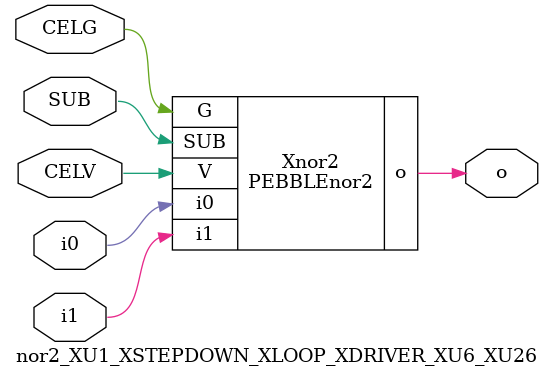
<source format=v>



module PEBBLEnor2 ( o, G, SUB, V, i0, i1 );

  input i0;
  input V;
  input i1;
  input G;
  output o;
  input SUB;
endmodule

//Celera Confidential Do Not Copy nor2_XU1_XSTEPDOWN_XLOOP_XDRIVER_XU6_XU26
//Celera Confidential Symbol Generator
//nor2
module nor2_XU1_XSTEPDOWN_XLOOP_XDRIVER_XU6_XU26 (CELV,CELG,i0,i1,o,SUB);
input CELV;
input CELG;
input i0;
input i1;
input SUB;
output o;

//Celera Confidential Do Not Copy nor2
PEBBLEnor2 Xnor2(
.V (CELV),
.i0 (i0),
.i1 (i1),
.o (o),
.SUB (SUB),
.G (CELG)
);
//,diesize,PEBBLEnor2

//Celera Confidential Do Not Copy Module End
//Celera Schematic Generator
endmodule

</source>
